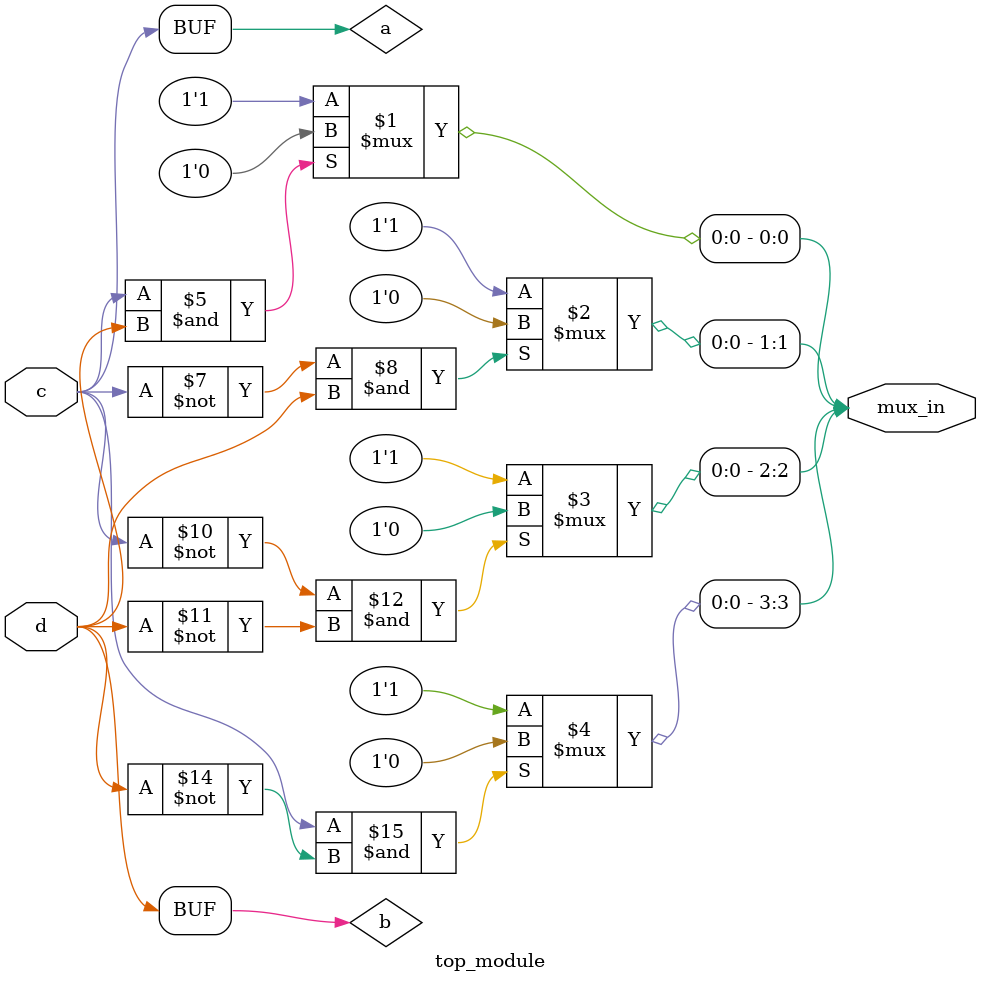
<source format=sv>
module top_module (
  	input c,
  	input d,
  	output [3:0] mux_in
);
  	
  	// Define the intermediate signals
  	wire cd_00, cd_01, cd_11, cd_10;
  	wire a, b;
  	
  	// Assign the mux selectors
  	assign a = c;
  	assign b = d;

  	// Implement the K-map using 2-to-1 multiplexers
  	// CD = 00
  	assign mux_in[0] = cd_00 ? 1'b1 : 1'b0;
  	// CD = 01
  	assign mux_in[1] = cd_01 ? 1'b1 : 1'b0;
  	// CD = 11
  	assign mux_in[2] = cd_11 ? 1'b1 : 1'b0;
  	// CD = 10
  	assign mux_in[3] = cd_10 ? 1'b1 : 1'b0;

  	// Implement the 4-to-1 multiplexer
  	assign cd_00 = (a & b) ? 1'b0 : 1'b1;
  	assign cd_01 = ((~a) & b) ? 1'b0 : 1'b1;
  	assign cd_11 = ((~a) & (~b)) ? 1'b0 : 1'b1;
  	assign cd_10 = (a & (~b)) ? 1'b0 : 1'b1;
  	
endmodule

</source>
